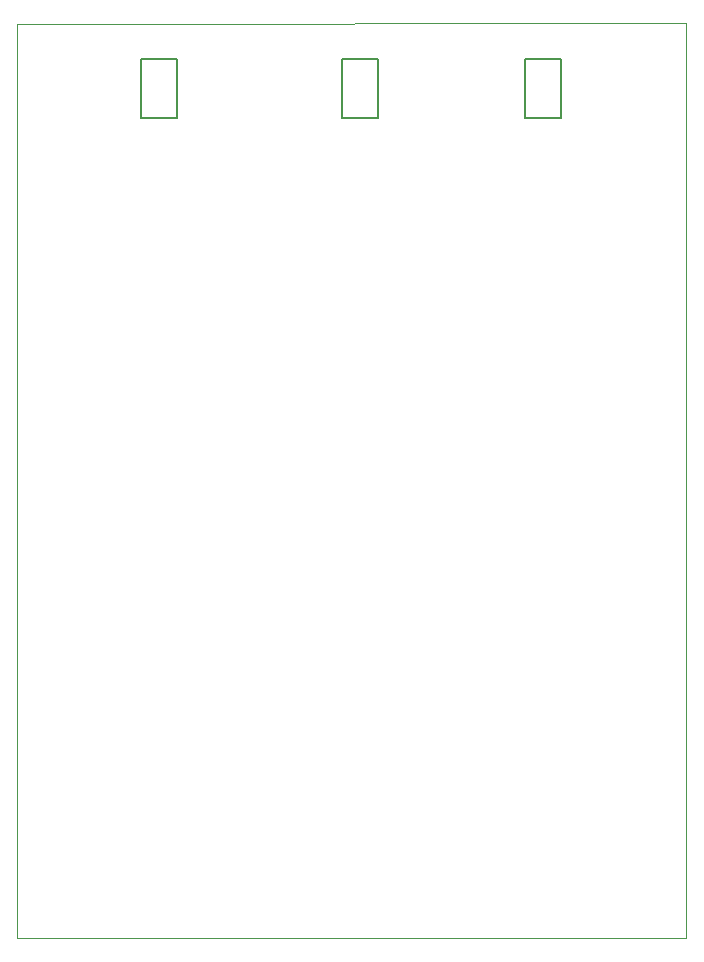
<source format=gbr>
%TF.GenerationSoftware,KiCad,Pcbnew,(6.0.9-0)*%
%TF.CreationDate,2022-12-27T14:01:03-06:00*%
%TF.ProjectId,RioPicoBridge,52696f50-6963-46f4-9272-696467652e6b,rev?*%
%TF.SameCoordinates,Original*%
%TF.FileFunction,Profile,NP*%
%FSLAX46Y46*%
G04 Gerber Fmt 4.6, Leading zero omitted, Abs format (unit mm)*
G04 Created by KiCad (PCBNEW (6.0.9-0)) date 2022-12-27 14:01:03*
%MOMM*%
%LPD*%
G01*
G04 APERTURE LIST*
%TA.AperFunction,Profile*%
%ADD10C,0.200000*%
%TD*%
%TA.AperFunction,Profile*%
%ADD11C,0.100000*%
%TD*%
G04 APERTURE END LIST*
D10*
X162096500Y-61143500D02*
X165096500Y-61143500D01*
X165096500Y-61143500D02*
X165096500Y-66143500D01*
X165096500Y-66143500D02*
X162096500Y-66143500D01*
X162096500Y-66143500D02*
X162096500Y-61143500D01*
D11*
X175700000Y-58100000D02*
X175700000Y-135613500D01*
D10*
X146596500Y-61143500D02*
X149596500Y-61143500D01*
X149596500Y-61143500D02*
X149596500Y-66143500D01*
X149596500Y-66143500D02*
X146596500Y-66143500D01*
X146596500Y-66143500D02*
X146596500Y-61143500D01*
D11*
X119096500Y-135613500D02*
X119096500Y-58151500D01*
X119096500Y-58151500D02*
X175700000Y-58100000D01*
X175738500Y-135613500D02*
X119096500Y-135613500D01*
D10*
X129596500Y-61143500D02*
X132596500Y-61143500D01*
X132596500Y-61143500D02*
X132596500Y-66143500D01*
X132596500Y-66143500D02*
X129596500Y-66143500D01*
X129596500Y-66143500D02*
X129596500Y-61143500D01*
M02*

</source>
